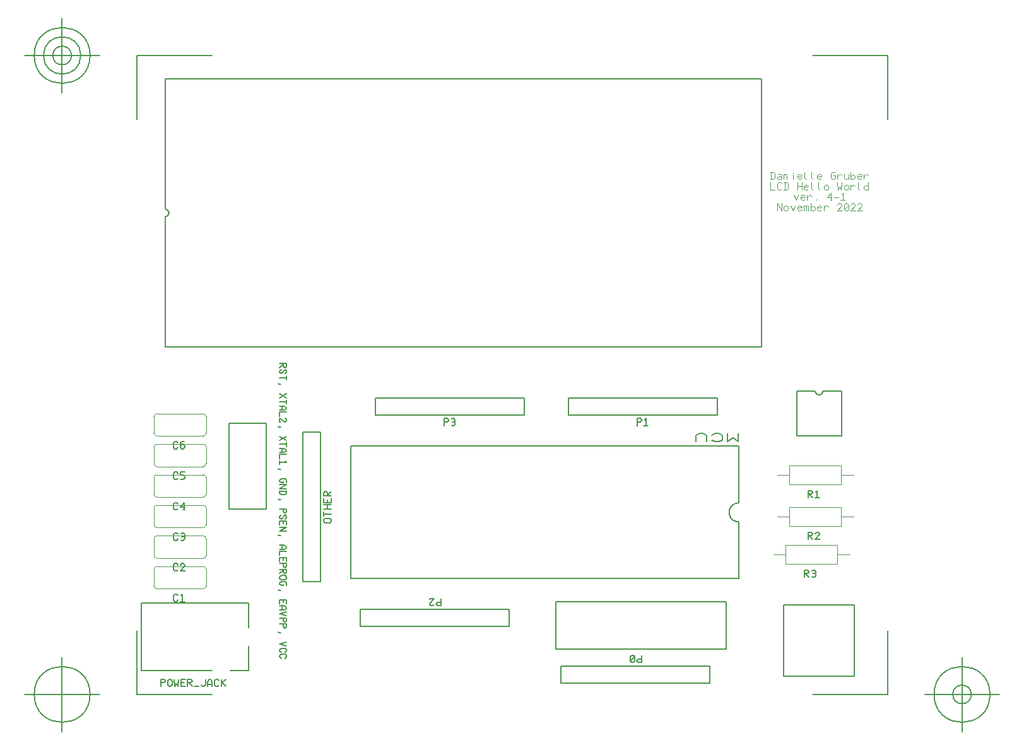
<source format=gbr>
G04 Generated by Ultiboard 13.0 *
%FSLAX24Y24*%
%MOIN*%

%ADD10C,0.0001*%
%ADD11C,0.0056*%
%ADD12C,0.0080*%
%ADD13C,0.0037*%
%ADD14C,0.0061*%
%ADD15C,0.0039*%
%ADD16C,0.0079*%
%ADD17C,0.0050*%


G04 ColorRGB FFFF00 for the following layer *
%LNSilkscreen Top*%
%LPD*%
G54D10*
G54D11*
X7412Y17332D02*
X7769Y17332D01*
X7769Y17189D01*
X7698Y17118D01*
X7662Y17118D01*
X7591Y17189D01*
X7591Y17332D01*
X7591Y17296D02*
X7412Y17118D01*
X7484Y17012D02*
X7412Y16941D01*
X7412Y16869D01*
X7484Y16798D01*
X7698Y17012D01*
X7769Y16941D01*
X7769Y16869D01*
X7698Y16798D01*
X7412Y16585D02*
X7769Y16585D01*
X7769Y16692D02*
X7769Y16478D01*
X7448Y16229D02*
X7376Y16229D01*
X7341Y16265D01*
X7769Y15732D02*
X7412Y15518D01*
X7412Y15732D02*
X7769Y15518D01*
X7412Y15305D02*
X7769Y15305D01*
X7769Y15412D02*
X7769Y15198D01*
X7412Y15092D02*
X7626Y15092D01*
X7769Y15021D01*
X7769Y14949D01*
X7626Y14878D01*
X7412Y14878D01*
X7519Y15092D02*
X7519Y14878D01*
X7769Y14772D02*
X7412Y14772D01*
X7412Y14558D01*
X7698Y14452D02*
X7769Y14381D01*
X7769Y14309D01*
X7698Y14238D01*
X7662Y14238D01*
X7412Y14452D01*
X7412Y14238D01*
X7448Y14238D01*
X7448Y13989D02*
X7376Y13989D01*
X7341Y14025D01*
X7769Y13492D02*
X7412Y13278D01*
X7412Y13492D02*
X7769Y13278D01*
X7412Y13065D02*
X7769Y13065D01*
X7769Y13172D02*
X7769Y12958D01*
X7412Y12852D02*
X7626Y12852D01*
X7769Y12781D01*
X7769Y12709D01*
X7626Y12638D01*
X7412Y12638D01*
X7519Y12852D02*
X7519Y12638D01*
X7769Y12532D02*
X7412Y12532D01*
X7412Y12318D01*
X7698Y12176D02*
X7769Y12105D01*
X7412Y12105D01*
X7412Y12212D02*
X7412Y11998D01*
X7448Y11749D02*
X7376Y11749D01*
X7341Y11785D01*
X7591Y11109D02*
X7591Y11038D01*
X7484Y11038D01*
X7412Y11109D01*
X7412Y11181D01*
X7484Y11252D01*
X7698Y11252D01*
X7769Y11181D01*
X7769Y11038D01*
X7412Y10932D02*
X7769Y10932D01*
X7412Y10718D01*
X7769Y10718D01*
X7412Y10612D02*
X7412Y10469D01*
X7484Y10398D01*
X7698Y10398D01*
X7769Y10469D01*
X7769Y10612D01*
X7769Y10576D02*
X7412Y10576D01*
X7448Y10149D02*
X7376Y10149D01*
X7341Y10185D01*
X7412Y9652D02*
X7769Y9652D01*
X7769Y9509D01*
X7698Y9438D01*
X7662Y9438D01*
X7591Y9509D01*
X7591Y9652D01*
X7484Y9332D02*
X7412Y9261D01*
X7412Y9189D01*
X7484Y9118D01*
X7698Y9332D01*
X7769Y9261D01*
X7769Y9189D01*
X7698Y9118D01*
X7412Y8798D02*
X7412Y9012D01*
X7591Y9012D01*
X7769Y9012D01*
X7769Y8798D01*
X7591Y9012D02*
X7591Y8869D01*
X7412Y8692D02*
X7769Y8692D01*
X7412Y8478D01*
X7769Y8478D01*
X7448Y8229D02*
X7376Y8229D01*
X7341Y8265D01*
X7412Y7732D02*
X7626Y7732D01*
X7769Y7661D01*
X7769Y7589D01*
X7626Y7518D01*
X7412Y7518D01*
X7519Y7732D02*
X7519Y7518D01*
X7769Y7412D02*
X7412Y7412D01*
X7412Y7198D01*
X7412Y6878D02*
X7412Y7092D01*
X7591Y7092D01*
X7769Y7092D01*
X7769Y6878D01*
X7591Y7092D02*
X7591Y6949D01*
X7412Y6772D02*
X7769Y6772D01*
X7769Y6629D01*
X7698Y6558D01*
X7662Y6558D01*
X7591Y6629D01*
X7591Y6772D01*
X7412Y6452D02*
X7769Y6452D01*
X7769Y6309D01*
X7698Y6238D01*
X7662Y6238D01*
X7591Y6309D01*
X7591Y6452D01*
X7591Y6416D02*
X7412Y6238D01*
X7484Y6132D02*
X7412Y6061D01*
X7412Y5989D01*
X7484Y5918D01*
X7698Y5918D01*
X7769Y5989D01*
X7769Y6061D01*
X7698Y6132D01*
X7484Y6132D01*
X7591Y5669D02*
X7591Y5598D01*
X7484Y5598D01*
X7412Y5669D01*
X7412Y5741D01*
X7484Y5812D01*
X7698Y5812D01*
X7769Y5741D01*
X7769Y5598D01*
X7448Y5349D02*
X7376Y5349D01*
X7341Y5385D01*
X7412Y4638D02*
X7412Y4852D01*
X7591Y4852D01*
X7769Y4852D01*
X7769Y4638D01*
X7591Y4852D02*
X7591Y4709D01*
X7412Y4532D02*
X7626Y4532D01*
X7769Y4461D01*
X7769Y4389D01*
X7626Y4318D01*
X7412Y4318D01*
X7519Y4532D02*
X7519Y4318D01*
X7769Y4212D02*
X7412Y4105D01*
X7769Y3998D01*
X7412Y3892D02*
X7769Y3892D01*
X7769Y3749D01*
X7698Y3678D01*
X7662Y3678D01*
X7591Y3749D01*
X7591Y3892D01*
X7412Y3572D02*
X7769Y3572D01*
X7769Y3429D01*
X7698Y3358D01*
X7662Y3358D01*
X7591Y3429D01*
X7591Y3572D01*
X7448Y3109D02*
X7376Y3109D01*
X7341Y3145D01*
X7769Y2612D02*
X7412Y2505D01*
X7769Y2398D01*
X7484Y2078D02*
X7412Y2149D01*
X7412Y2221D01*
X7484Y2292D01*
X7698Y2292D01*
X7769Y2221D01*
X7769Y2149D01*
X7698Y2078D01*
X7484Y1758D02*
X7412Y1829D01*
X7412Y1901D01*
X7484Y1972D01*
X7698Y1972D01*
X7769Y1901D01*
X7769Y1829D01*
X7698Y1758D01*
G54D12*
X34719Y15881D02*
X34719Y13519D01*
X37081Y13519D01*
X37081Y15881D01*
X35703Y15881D02*
X35704Y15864D01*
X35706Y15847D01*
X35710Y15830D01*
X35715Y15814D01*
X35722Y15798D01*
X35730Y15783D01*
X35739Y15768D01*
X35749Y15755D01*
X35761Y15742D01*
X35773Y15730D01*
X35787Y15720D01*
X35802Y15711D01*
X35817Y15703D01*
X35833Y15696D01*
X35849Y15691D01*
X35866Y15687D01*
X35883Y15685D01*
X35900Y15684D01*
X35917Y15685D01*
X35934Y15687D01*
X35951Y15691D01*
X35967Y15696D01*
X35983Y15703D01*
X35998Y15711D01*
X36013Y15720D01*
X36027Y15730D01*
X36039Y15742D01*
X36051Y15755D01*
X36061Y15768D01*
X36070Y15783D01*
X36078Y15798D01*
X36085Y15814D01*
X36090Y15830D01*
X36094Y15847D01*
X36096Y15864D01*
X36097Y15881D01*
X37081Y15881D02*
X36097Y15881D01*
X35703Y15881D02*
X34719Y15881D01*
X4716Y14164D02*
X4716Y9636D01*
X6684Y9636D01*
X6684Y14164D01*
X4716Y14164D01*
X31629Y13632D02*
X31629Y13209D01*
X31351Y13421D01*
X31074Y13209D01*
X31074Y13632D01*
X30240Y13548D02*
X30425Y13632D01*
X30611Y13632D01*
X30796Y13548D01*
X30796Y13294D01*
X30611Y13209D01*
X30425Y13209D01*
X30240Y13294D01*
X29962Y13209D02*
X29962Y13548D01*
X29777Y13632D01*
X29592Y13632D01*
X29407Y13548D01*
X29407Y13209D01*
X31655Y12967D02*
X11155Y12967D01*
X31655Y5967D02*
X11155Y5967D01*
X31655Y9967D02*
X31611Y9965D01*
X31568Y9960D01*
X31526Y9950D01*
X31484Y9937D01*
X31444Y9920D01*
X31405Y9900D01*
X31368Y9877D01*
X31334Y9850D01*
X31301Y9821D01*
X31272Y9789D01*
X31245Y9754D01*
X31222Y9717D01*
X31202Y9679D01*
X31185Y9638D01*
X31172Y9597D01*
X31163Y9554D01*
X31157Y9511D01*
X31155Y9467D01*
X31157Y9424D01*
X31163Y9380D01*
X31172Y9338D01*
X31185Y9296D01*
X31202Y9256D01*
X31222Y9217D01*
X31245Y9180D01*
X31272Y9146D01*
X31301Y9114D01*
X31334Y9084D01*
X31368Y9058D01*
X31405Y9034D01*
X31444Y9014D01*
X31484Y8997D01*
X31526Y8984D01*
X31568Y8975D01*
X31611Y8969D01*
X31655Y8967D01*
X31655Y9967D02*
X31655Y12967D01*
X31655Y8967D02*
X31655Y5967D01*
X11155Y12967D02*
X11155Y5967D01*
X30990Y4750D02*
X22010Y4750D01*
X22010Y2250D01*
X30990Y2250D01*
X30990Y4750D01*
X34024Y824D02*
X37776Y824D01*
X37776Y4576D01*
X34024Y4576D01*
X34024Y824D01*
X1352Y18213D02*
X32848Y18213D01*
X32848Y32387D01*
X1352Y32387D01*
X1352Y25103D02*
X1369Y25104D01*
X1386Y25106D01*
X1403Y25110D01*
X1419Y25115D01*
X1435Y25122D01*
X1450Y25130D01*
X1465Y25139D01*
X1479Y25149D01*
X1491Y25161D01*
X1503Y25173D01*
X1513Y25187D01*
X1522Y25202D01*
X1530Y25217D01*
X1537Y25233D01*
X1542Y25249D01*
X1546Y25266D01*
X1548Y25283D01*
X1549Y25300D01*
X1548Y25317D01*
X1546Y25334D01*
X1542Y25351D01*
X1537Y25367D01*
X1530Y25383D01*
X1522Y25398D01*
X1513Y25413D01*
X1503Y25427D01*
X1491Y25439D01*
X1479Y25451D01*
X1465Y25461D01*
X1450Y25470D01*
X1435Y25478D01*
X1419Y25485D01*
X1403Y25490D01*
X1386Y25494D01*
X1369Y25496D01*
X1352Y25497D01*
X1352Y32387D02*
X1352Y25497D01*
X1352Y25103D02*
X1352Y18213D01*
X12465Y15527D02*
X20345Y15527D01*
X20345Y14607D01*
X12465Y14607D01*
X12465Y15527D01*
X22665Y15527D02*
X30545Y15527D01*
X30545Y14607D01*
X22665Y14607D01*
X22665Y15527D01*
X1128Y267D02*
X1128Y661D01*
X1286Y661D01*
X1365Y582D01*
X1365Y543D01*
X1286Y464D01*
X1128Y464D01*
X1483Y346D02*
X1561Y267D01*
X1640Y267D01*
X1719Y346D01*
X1719Y582D01*
X1640Y661D01*
X1561Y661D01*
X1483Y582D01*
X1483Y346D01*
X1837Y661D02*
X1876Y267D01*
X1955Y424D01*
X2034Y267D01*
X2073Y661D01*
X2428Y267D02*
X2191Y267D01*
X2191Y464D01*
X2191Y661D01*
X2428Y661D01*
X2191Y464D02*
X2349Y464D01*
X2546Y267D02*
X2546Y661D01*
X2703Y661D01*
X2782Y582D01*
X2782Y543D01*
X2703Y464D01*
X2546Y464D01*
X2585Y464D02*
X2782Y267D01*
X2900Y267D02*
X3136Y267D01*
X3254Y346D02*
X3333Y267D01*
X3412Y267D01*
X3491Y346D01*
X3491Y661D01*
X3609Y267D02*
X3609Y503D01*
X3687Y661D01*
X3766Y661D01*
X3845Y503D01*
X3845Y267D01*
X3609Y385D02*
X3845Y385D01*
X4199Y346D02*
X4120Y267D01*
X4042Y267D01*
X3963Y346D01*
X3963Y582D01*
X4042Y661D01*
X4120Y661D01*
X4199Y582D01*
X4317Y267D02*
X4317Y661D01*
X4317Y464D02*
X4357Y464D01*
X4554Y661D01*
X4357Y464D02*
X4554Y267D01*
X8645Y5827D02*
X9565Y5827D01*
X9565Y13707D01*
X8645Y13707D01*
X8645Y5827D01*
X30140Y440D02*
X22260Y440D01*
X22260Y1360D01*
X30140Y1360D01*
X30140Y440D01*
X35140Y6033D02*
X35140Y6426D01*
X35296Y6426D01*
X35375Y6348D01*
X35375Y6308D01*
X35296Y6230D01*
X35140Y6230D01*
X35179Y6230D02*
X35375Y6033D01*
X35532Y6387D02*
X35571Y6426D01*
X35649Y6426D01*
X35728Y6348D01*
X35728Y6269D01*
X35688Y6230D01*
X35728Y6190D01*
X35728Y6111D01*
X35649Y6033D01*
X35571Y6033D01*
X35532Y6072D01*
X35571Y6230D02*
X35688Y6230D01*
X35340Y8033D02*
X35340Y8426D01*
X35496Y8426D01*
X35575Y8348D01*
X35575Y8308D01*
X35496Y8230D01*
X35340Y8230D01*
X35379Y8230D02*
X35575Y8033D01*
X35692Y8348D02*
X35771Y8426D01*
X35849Y8426D01*
X35928Y8348D01*
X35928Y8308D01*
X35692Y8033D01*
X35928Y8033D01*
X35928Y8072D01*
X19540Y3440D02*
X11660Y3440D01*
X11660Y4360D01*
X19540Y4360D01*
X19540Y3440D01*
X35340Y10233D02*
X35340Y10626D01*
X35496Y10626D01*
X35575Y10548D01*
X35575Y10508D01*
X35496Y10430D01*
X35340Y10430D01*
X35379Y10430D02*
X35575Y10233D01*
X35732Y10548D02*
X35810Y10626D01*
X35810Y10233D01*
X35692Y10233D02*
X35928Y10233D01*
G54D13*
X33339Y27067D02*
X33496Y27067D01*
X33574Y27146D01*
X33574Y27382D01*
X33496Y27461D01*
X33339Y27461D01*
X33378Y27461D02*
X33378Y27067D01*
X33731Y27343D02*
X33849Y27343D01*
X33888Y27303D01*
X33888Y27106D01*
X33849Y27067D01*
X33731Y27067D01*
X33692Y27106D01*
X33692Y27185D01*
X33731Y27224D01*
X33888Y27224D01*
X33888Y27106D02*
X33927Y27067D01*
X34045Y27067D02*
X34045Y27303D01*
X34045Y27343D01*
X34045Y27303D02*
X34084Y27343D01*
X34162Y27343D01*
X34201Y27303D01*
X34201Y27067D01*
X34515Y27067D02*
X34515Y27303D01*
X34515Y27382D02*
X34515Y27421D01*
X34985Y27146D02*
X34907Y27067D01*
X34829Y27067D01*
X34750Y27146D01*
X34750Y27264D01*
X34829Y27343D01*
X34907Y27343D01*
X34985Y27264D01*
X34946Y27224D01*
X34750Y27224D01*
X35142Y27461D02*
X35142Y27146D01*
X35221Y27067D01*
X35495Y27461D02*
X35495Y27146D01*
X35573Y27067D01*
X36044Y27146D02*
X35965Y27067D01*
X35887Y27067D01*
X35808Y27146D01*
X35808Y27264D01*
X35887Y27343D01*
X35965Y27343D01*
X36044Y27264D01*
X36004Y27224D01*
X35808Y27224D01*
X36671Y27264D02*
X36749Y27264D01*
X36749Y27146D01*
X36671Y27067D01*
X36592Y27067D01*
X36514Y27146D01*
X36514Y27382D01*
X36592Y27461D01*
X36749Y27461D01*
X36867Y27224D02*
X36984Y27343D01*
X37024Y27343D01*
X37102Y27264D01*
X36867Y27067D02*
X36867Y27343D01*
X37220Y27343D02*
X37220Y27146D01*
X37298Y27067D01*
X37376Y27067D01*
X37455Y27146D01*
X37455Y27343D01*
X37455Y27146D02*
X37455Y27067D01*
X37572Y27146D02*
X37651Y27067D01*
X37729Y27067D01*
X37807Y27146D01*
X37807Y27224D01*
X37729Y27303D01*
X37651Y27303D01*
X37572Y27224D01*
X37572Y27461D02*
X37572Y27067D01*
X38160Y27146D02*
X38082Y27067D01*
X38003Y27067D01*
X37925Y27146D01*
X37925Y27264D01*
X38003Y27343D01*
X38082Y27343D01*
X38160Y27264D01*
X38121Y27224D01*
X37925Y27224D01*
X38278Y27224D02*
X38395Y27343D01*
X38435Y27343D01*
X38513Y27264D01*
X38278Y27067D02*
X38278Y27343D01*
X33339Y26909D02*
X33339Y26516D01*
X33574Y26516D01*
X33927Y26594D02*
X33849Y26516D01*
X33770Y26516D01*
X33692Y26594D01*
X33692Y26831D01*
X33770Y26909D01*
X33849Y26909D01*
X33927Y26831D01*
X34045Y26516D02*
X34201Y26516D01*
X34280Y26594D01*
X34280Y26831D01*
X34201Y26909D01*
X34045Y26909D01*
X34084Y26909D02*
X34084Y26516D01*
X34750Y26516D02*
X34750Y26909D01*
X34985Y26516D02*
X34985Y26909D01*
X34750Y26713D02*
X34985Y26713D01*
X35338Y26594D02*
X35260Y26516D01*
X35181Y26516D01*
X35103Y26594D01*
X35103Y26713D01*
X35181Y26791D01*
X35260Y26791D01*
X35338Y26713D01*
X35299Y26673D01*
X35103Y26673D01*
X35495Y26909D02*
X35495Y26594D01*
X35573Y26516D01*
X35848Y26909D02*
X35848Y26594D01*
X35926Y26516D01*
X36161Y26594D02*
X36240Y26516D01*
X36318Y26516D01*
X36396Y26594D01*
X36396Y26713D01*
X36318Y26791D01*
X36240Y26791D01*
X36161Y26713D01*
X36161Y26594D01*
X36867Y26909D02*
X36906Y26516D01*
X36984Y26673D01*
X37063Y26516D01*
X37102Y26909D01*
X37220Y26594D02*
X37298Y26516D01*
X37376Y26516D01*
X37455Y26594D01*
X37455Y26713D01*
X37376Y26791D01*
X37298Y26791D01*
X37220Y26713D01*
X37220Y26594D01*
X37572Y26673D02*
X37690Y26791D01*
X37729Y26791D01*
X37807Y26713D01*
X37572Y26516D02*
X37572Y26791D01*
X37964Y26909D02*
X37964Y26594D01*
X38043Y26516D01*
X38513Y26594D02*
X38435Y26516D01*
X38356Y26516D01*
X38278Y26594D01*
X38278Y26673D01*
X38356Y26752D01*
X38435Y26752D01*
X38513Y26673D01*
X38513Y26909D02*
X38513Y26516D01*
X34574Y26240D02*
X34691Y25965D01*
X34809Y26240D01*
X35162Y26043D02*
X35083Y25965D01*
X35005Y25965D01*
X34927Y26043D01*
X34927Y26161D01*
X35005Y26240D01*
X35083Y26240D01*
X35162Y26161D01*
X35123Y26122D01*
X34927Y26122D01*
X35279Y26122D02*
X35397Y26240D01*
X35436Y26240D01*
X35515Y26161D01*
X35279Y25965D02*
X35279Y26240D01*
X35750Y25965D02*
X35750Y26004D01*
X36573Y26122D02*
X36338Y26122D01*
X36534Y26358D01*
X36534Y25965D01*
X36494Y25965D02*
X36573Y25965D01*
X36690Y26122D02*
X36926Y26122D01*
X37082Y26280D02*
X37161Y26358D01*
X37161Y25965D01*
X37043Y25965D02*
X37278Y25965D01*
X33692Y25413D02*
X33692Y25807D01*
X33927Y25413D01*
X33927Y25807D01*
X34045Y25492D02*
X34123Y25413D01*
X34201Y25413D01*
X34280Y25492D01*
X34280Y25610D01*
X34201Y25689D01*
X34123Y25689D01*
X34045Y25610D01*
X34045Y25492D01*
X34397Y25689D02*
X34515Y25413D01*
X34633Y25689D01*
X34985Y25492D02*
X34907Y25413D01*
X34829Y25413D01*
X34750Y25492D01*
X34750Y25610D01*
X34829Y25689D01*
X34907Y25689D01*
X34985Y25610D01*
X34946Y25571D01*
X34750Y25571D01*
X35103Y25413D02*
X35103Y25650D01*
X35103Y25689D01*
X35103Y25650D02*
X35142Y25689D01*
X35181Y25689D01*
X35221Y25650D01*
X35260Y25689D01*
X35299Y25689D01*
X35338Y25650D01*
X35338Y25413D01*
X35221Y25650D02*
X35221Y25413D01*
X35456Y25492D02*
X35534Y25413D01*
X35613Y25413D01*
X35691Y25492D01*
X35691Y25571D01*
X35613Y25650D01*
X35534Y25650D01*
X35456Y25571D01*
X35456Y25807D02*
X35456Y25413D01*
X36044Y25492D02*
X35965Y25413D01*
X35887Y25413D01*
X35808Y25492D01*
X35808Y25610D01*
X35887Y25689D01*
X35965Y25689D01*
X36044Y25610D01*
X36004Y25571D01*
X35808Y25571D01*
X36161Y25571D02*
X36279Y25689D01*
X36318Y25689D01*
X36396Y25610D01*
X36161Y25413D02*
X36161Y25689D01*
X36867Y25728D02*
X36945Y25807D01*
X37024Y25807D01*
X37102Y25728D01*
X37102Y25689D01*
X36867Y25413D01*
X37102Y25413D01*
X37102Y25453D01*
X37220Y25728D02*
X37298Y25807D01*
X37376Y25807D01*
X37455Y25728D01*
X37455Y25492D01*
X37376Y25413D01*
X37298Y25413D01*
X37220Y25492D01*
X37220Y25728D01*
X37455Y25728D02*
X37220Y25492D01*
X37572Y25728D02*
X37651Y25807D01*
X37729Y25807D01*
X37807Y25728D01*
X37807Y25689D01*
X37572Y25413D01*
X37807Y25413D01*
X37807Y25453D01*
X37925Y25728D02*
X38003Y25807D01*
X38082Y25807D01*
X38160Y25728D01*
X38160Y25689D01*
X37925Y25413D01*
X38160Y25413D01*
X38160Y25453D01*
G54D14*
X16091Y14044D02*
X16091Y14438D01*
X16248Y14438D01*
X16327Y14359D01*
X16327Y14320D01*
X16248Y14241D01*
X16091Y14241D01*
X16483Y14398D02*
X16523Y14438D01*
X16601Y14438D01*
X16679Y14359D01*
X16679Y14280D01*
X16640Y14241D01*
X16679Y14202D01*
X16679Y14123D01*
X16601Y14044D01*
X16523Y14044D01*
X16483Y14084D01*
X16523Y14241D02*
X16640Y14241D01*
X26291Y14044D02*
X26291Y14438D01*
X26448Y14438D01*
X26527Y14359D01*
X26527Y14320D01*
X26448Y14241D01*
X26291Y14241D01*
X26683Y14359D02*
X26762Y14438D01*
X26762Y14044D01*
X26644Y14044D02*
X26879Y14044D01*
X2035Y4833D02*
X1957Y4755D01*
X1879Y4755D01*
X1800Y4833D01*
X1800Y5070D01*
X1879Y5148D01*
X1957Y5148D01*
X2035Y5070D01*
X2192Y5070D02*
X2271Y5148D01*
X2271Y4755D01*
X2153Y4755D02*
X2388Y4755D01*
X2035Y6448D02*
X1957Y6369D01*
X1879Y6369D01*
X1800Y6448D01*
X1800Y6684D01*
X1879Y6763D01*
X1957Y6763D01*
X2035Y6684D01*
X2153Y6684D02*
X2231Y6763D01*
X2310Y6763D01*
X2388Y6684D01*
X2388Y6644D01*
X2153Y6369D01*
X2388Y6369D01*
X2388Y6408D01*
X2035Y8062D02*
X1957Y7983D01*
X1879Y7983D01*
X1800Y8062D01*
X1800Y8298D01*
X1879Y8377D01*
X1957Y8377D01*
X2035Y8298D01*
X2192Y8337D02*
X2231Y8377D01*
X2310Y8377D01*
X2388Y8298D01*
X2388Y8219D01*
X2349Y8180D01*
X2388Y8140D01*
X2388Y8062D01*
X2310Y7983D01*
X2231Y7983D01*
X2192Y8022D01*
X2231Y8180D02*
X2349Y8180D01*
X2035Y9676D02*
X1957Y9597D01*
X1879Y9597D01*
X1800Y9676D01*
X1800Y9912D01*
X1879Y9991D01*
X1957Y9991D01*
X2035Y9912D01*
X2388Y9755D02*
X2153Y9755D01*
X2349Y9991D01*
X2349Y9597D01*
X2310Y9597D02*
X2388Y9597D01*
X2035Y11290D02*
X1957Y11211D01*
X1879Y11211D01*
X1800Y11290D01*
X1800Y11526D01*
X1879Y11605D01*
X1957Y11605D01*
X2035Y11526D01*
X2388Y11605D02*
X2153Y11605D01*
X2153Y11448D01*
X2310Y11448D01*
X2388Y11369D01*
X2388Y11290D01*
X2310Y11211D01*
X2153Y11211D01*
X2035Y12904D02*
X1957Y12826D01*
X1879Y12826D01*
X1800Y12904D01*
X1800Y13140D01*
X1879Y13219D01*
X1957Y13219D01*
X2035Y13140D01*
X2349Y13219D02*
X2231Y13219D01*
X2153Y13140D01*
X2153Y12983D01*
X2153Y12904D01*
X2231Y12826D01*
X2310Y12826D01*
X2388Y12904D01*
X2388Y12983D01*
X2310Y13062D01*
X2231Y13062D01*
X2153Y12983D01*
X10049Y8925D02*
X10128Y9003D01*
X10128Y9081D01*
X10049Y9160D01*
X9813Y9160D01*
X9734Y9081D01*
X9734Y9003D01*
X9813Y8925D01*
X10049Y8925D01*
X10128Y9395D02*
X9734Y9395D01*
X9734Y9277D02*
X9734Y9512D01*
X10128Y9630D02*
X9734Y9630D01*
X10128Y9865D02*
X9734Y9865D01*
X9931Y9630D02*
X9931Y9865D01*
X10128Y10218D02*
X10128Y9983D01*
X9931Y9983D01*
X9734Y9983D01*
X9734Y10218D01*
X9931Y9983D02*
X9931Y10140D01*
X10128Y10336D02*
X9734Y10336D01*
X9734Y10492D01*
X9813Y10571D01*
X9852Y10571D01*
X9931Y10492D01*
X9931Y10336D01*
X9931Y10375D02*
X10128Y10571D01*
X26514Y1923D02*
X26514Y1529D01*
X26357Y1529D01*
X26278Y1608D01*
X26278Y1647D01*
X26357Y1726D01*
X26514Y1726D01*
X26161Y1608D02*
X26082Y1529D01*
X26004Y1529D01*
X25926Y1608D01*
X25926Y1844D01*
X26004Y1923D01*
X26082Y1923D01*
X26161Y1844D01*
X26161Y1608D01*
X25926Y1608D02*
X26161Y1844D01*
X15914Y4923D02*
X15914Y4529D01*
X15757Y4529D01*
X15678Y4608D01*
X15678Y4647D01*
X15757Y4726D01*
X15914Y4726D01*
X15561Y4608D02*
X15482Y4529D01*
X15404Y4529D01*
X15326Y4608D01*
X15326Y4647D01*
X15561Y4923D01*
X15326Y4923D01*
X15326Y4884D01*
G54D15*
X761Y6459D02*
X761Y5593D01*
G75*
D01*
G03X919Y5435I158J0*
G01*
X3360Y5435D01*
G75*
D01*
G03X3517Y5593I-1J158*
G01*
X3517Y6459D01*
G74*
D01*
G03X3360Y6617I157J1*
G01*
X919Y6617D01*
G75*
D01*
G03X761Y6459I0J-158*
G01*
X761Y8073D02*
X761Y7207D01*
G75*
D01*
G03X919Y7050I158J1*
G01*
X3360Y7050D01*
G75*
D01*
G03X3517Y7207I0J157*
G01*
X3517Y8073D01*
G74*
D01*
G03X3360Y8231I157J1*
G01*
X919Y8231D01*
G75*
D01*
G03X761Y8073I0J-158*
G01*
X761Y9687D02*
X761Y8821D01*
G75*
D01*
G03X919Y8664I158J1*
G01*
X3360Y8664D01*
G75*
D01*
G03X3517Y8821I0J157*
G01*
X3517Y9687D01*
G74*
D01*
G03X3360Y9845I157J1*
G01*
X919Y9845D01*
G75*
D01*
G03X761Y9687I0J-158*
G01*
X761Y11302D02*
X761Y10435D01*
G75*
D01*
G03X919Y10278I158J1*
G01*
X3360Y10278D01*
G75*
D01*
G03X3517Y10435I0J157*
G01*
X3517Y11302D01*
G74*
D01*
G03X3360Y11459I157J0*
G01*
X919Y11459D01*
G75*
D01*
G03X761Y11302I-1J-157*
G01*
X761Y12916D02*
X761Y12050D01*
G75*
D01*
G03X919Y11892I158J0*
G01*
X3360Y11892D01*
G75*
D01*
G03X3517Y12050I-1J158*
G01*
X3517Y12916D01*
G74*
D01*
G03X3360Y13073I157J0*
G01*
X919Y13073D01*
G75*
D01*
G03X761Y12916I-1J-157*
G01*
X761Y14530D02*
X761Y13664D01*
G75*
D01*
G03X919Y13506I158J0*
G01*
X3360Y13506D01*
G75*
D01*
G03X3517Y13664I-1J158*
G01*
X3517Y14530D01*
G74*
D01*
G03X3360Y14687I157J0*
G01*
X919Y14687D01*
G75*
D01*
G03X761Y14530I-1J-157*
G01*
X34116Y7761D02*
X36872Y7761D01*
X36872Y6757D01*
X34116Y6757D01*
X34116Y7761D01*
X33486Y7253D02*
X34116Y7253D01*
X36872Y7253D02*
X37541Y7253D01*
X34316Y9761D02*
X37072Y9761D01*
X37072Y8757D01*
X34316Y8757D01*
X34316Y9761D01*
X33686Y9253D02*
X34316Y9253D01*
X37072Y9253D02*
X37741Y9253D01*
X34316Y11961D02*
X37072Y11961D01*
X37072Y10957D01*
X34316Y10957D01*
X34316Y11961D01*
X33686Y11453D02*
X34316Y11453D01*
X37072Y11453D02*
X37741Y11453D01*
G54D16*
X106Y4672D02*
X5776Y4672D01*
X106Y1128D02*
X106Y4672D01*
X5776Y1128D02*
X4791Y1128D01*
X5776Y4672D02*
X5776Y3372D01*
X5776Y2428D02*
X5776Y1128D01*
X3846Y1128D02*
X106Y1128D01*
G54D17*
X-150Y-150D02*
X-150Y3226D01*
X-150Y-150D02*
X3817Y-150D01*
X39520Y-150D02*
X35553Y-150D01*
X39520Y-150D02*
X39520Y3226D01*
X39520Y33615D02*
X39520Y30238D01*
X39520Y33615D02*
X35553Y33615D01*
X-150Y33615D02*
X3817Y33615D01*
X-150Y33615D02*
X-150Y30238D01*
X-2119Y-150D02*
X-6056Y-150D01*
X-4087Y-2119D02*
X-4087Y1819D01*
X-5563Y-150D02*
G75*
D01*
G02X-5563Y-150I1476J0*
G01*
X41489Y-150D02*
X45426Y-150D01*
X43457Y-2119D02*
X43457Y1819D01*
X41981Y-150D02*
G75*
D01*
G02X41981Y-150I1476J0*
G01*
X42965Y-150D02*
G75*
D01*
G02X42965Y-150I492J0*
G01*
X-2119Y33615D02*
X-6056Y33615D01*
X-4087Y31646D02*
X-4087Y35583D01*
X-5563Y33615D02*
G75*
D01*
G02X-5563Y33615I1476J0*
G01*
X-5071Y33615D02*
G75*
D01*
G02X-5071Y33615I984J0*
G01*
X-4579Y33615D02*
G75*
D01*
G02X-4579Y33615I492J0*
G01*

M02*

</source>
